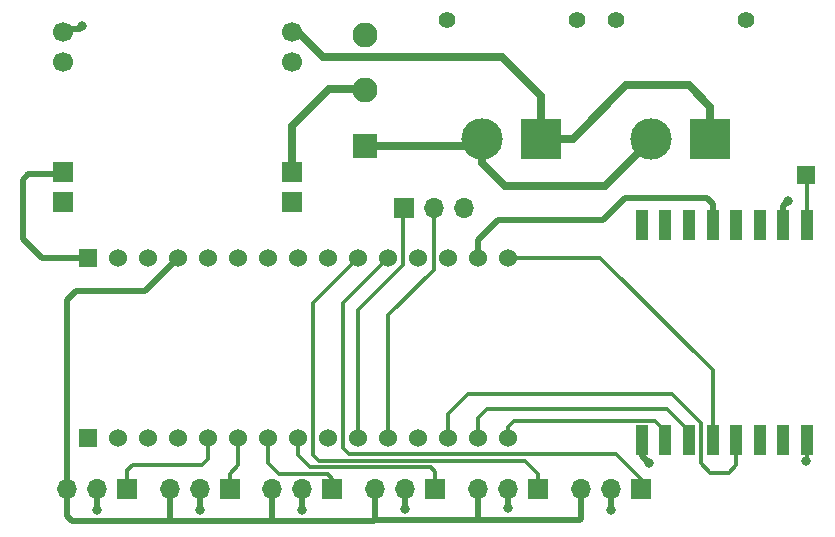
<source format=gbr>
%TF.GenerationSoftware,KiCad,Pcbnew,8.0.1*%
%TF.CreationDate,2024-07-04T11:46:03-05:00*%
%TF.ProjectId,power distribution,706f7765-7220-4646-9973-747269627574,rev?*%
%TF.SameCoordinates,Original*%
%TF.FileFunction,Copper,L1,Top*%
%TF.FilePolarity,Positive*%
%FSLAX46Y46*%
G04 Gerber Fmt 4.6, Leading zero omitted, Abs format (unit mm)*
G04 Created by KiCad (PCBNEW 8.0.1) date 2024-07-04 11:46:03*
%MOMM*%
%LPD*%
G01*
G04 APERTURE LIST*
G04 Aperture macros list*
%AMRoundRect*
0 Rectangle with rounded corners*
0 $1 Rounding radius*
0 $2 $3 $4 $5 $6 $7 $8 $9 X,Y pos of 4 corners*
0 Add a 4 corners polygon primitive as box body*
4,1,4,$2,$3,$4,$5,$6,$7,$8,$9,$2,$3,0*
0 Add four circle primitives for the rounded corners*
1,1,$1+$1,$2,$3*
1,1,$1+$1,$4,$5*
1,1,$1+$1,$6,$7*
1,1,$1+$1,$8,$9*
0 Add four rect primitives between the rounded corners*
20,1,$1+$1,$2,$3,$4,$5,0*
20,1,$1+$1,$4,$5,$6,$7,0*
20,1,$1+$1,$6,$7,$8,$9,0*
20,1,$1+$1,$8,$9,$2,$3,0*%
G04 Aperture macros list end*
%TA.AperFunction,ComponentPad*%
%ADD10R,1.700000X1.700000*%
%TD*%
%TA.AperFunction,ComponentPad*%
%ADD11O,1.700000X1.700000*%
%TD*%
%TA.AperFunction,ComponentPad*%
%ADD12C,1.400000*%
%TD*%
%TA.AperFunction,ComponentPad*%
%ADD13R,3.500000X3.500000*%
%TD*%
%TA.AperFunction,ComponentPad*%
%ADD14C,3.500000*%
%TD*%
%TA.AperFunction,ComponentPad*%
%ADD15RoundRect,0.250000X-0.550000X-0.550000X0.550000X-0.550000X0.550000X0.550000X-0.550000X0.550000X0*%
%TD*%
%TA.AperFunction,SMDPad,CuDef*%
%ADD16R,1.000000X2.500000*%
%TD*%
%TA.AperFunction,ComponentPad*%
%ADD17R,1.530000X1.530000*%
%TD*%
%TA.AperFunction,ComponentPad*%
%ADD18C,1.530000*%
%TD*%
%TA.AperFunction,ComponentPad*%
%ADD19R,2.108200X2.108200*%
%TD*%
%TA.AperFunction,ComponentPad*%
%ADD20C,2.108200*%
%TD*%
%TA.AperFunction,ComponentPad*%
%ADD21C,1.700000*%
%TD*%
%TA.AperFunction,ViaPad*%
%ADD22C,0.800000*%
%TD*%
%TA.AperFunction,Conductor*%
%ADD23C,0.300000*%
%TD*%
%TA.AperFunction,Conductor*%
%ADD24C,0.500000*%
%TD*%
%TA.AperFunction,Conductor*%
%ADD25C,0.700000*%
%TD*%
G04 APERTURE END LIST*
D10*
%TO.P,J8,1,Pin_1*%
%TO.N,/LEFT_LINE*%
X160300000Y-106200000D03*
D11*
%TO.P,J8,2,Pin_2*%
%TO.N,GNDS*%
X157760000Y-106200000D03*
%TO.P,J8,3,Pin_3*%
%TO.N,+5V*%
X155220000Y-106200000D03*
%TD*%
D10*
%TO.P,J4,1,Pin_1*%
%TO.N,/RIGHT_LINE*%
X151600000Y-106200000D03*
D11*
%TO.P,J4,2,Pin_2*%
%TO.N,GNDS*%
X149060000Y-106200000D03*
%TO.P,J4,3,Pin_3*%
%TO.N,+5V*%
X146520000Y-106200000D03*
%TD*%
D10*
%TO.P,J6,1,Pin_1*%
%TO.N,/THROTTLE*%
X140230000Y-82360000D03*
D11*
%TO.P,J6,2,Pin_2*%
%TO.N,/STEERING*%
X142770000Y-82360000D03*
%TO.P,J6,3,Pin_3*%
%TO.N,unconnected-(J6-Pin_3-Pad3)*%
X145310000Y-82360000D03*
%TD*%
D12*
%TO.P,J10,*%
%TO.N,*%
X143900000Y-66500000D03*
X154900000Y-66500000D03*
D13*
%TO.P,J10,1,Pin_1*%
%TO.N,-BATT*%
X151900000Y-76500000D03*
D14*
%TO.P,J10,2,Pin_2*%
%TO.N,Net-(J10-Pin_2)*%
X146900000Y-76500000D03*
%TD*%
D12*
%TO.P,J9,*%
%TO.N,*%
X158200000Y-66500000D03*
X169200000Y-66500000D03*
D13*
%TO.P,J9,1,Pin_1*%
%TO.N,-BATT*%
X166200000Y-76500000D03*
D14*
%TO.P,J9,2,Pin_2*%
%TO.N,Net-(J10-Pin_2)*%
X161200000Y-76500000D03*
%TD*%
D15*
%TO.P,J5,1,Pin_1*%
%TO.N,Net-(J5-Pin_1)*%
X174310000Y-79550000D03*
%TD*%
D16*
%TO.P,U2,1,GND*%
%TO.N,GNDS*%
X160400000Y-102000000D03*
%TO.P,U2,2,MISO*%
%TO.N,/SP1_MISO*%
X162400000Y-102000000D03*
%TO.P,U2,3,MOSI*%
%TO.N,/SP1_MOSI*%
X164400000Y-102000000D03*
%TO.P,U2,4,SCK*%
%TO.N,/SPI1_SCK*%
X166400000Y-102000000D03*
%TO.P,U2,5,NSS*%
%TO.N,/SPI_CS *%
X168400000Y-102000000D03*
%TO.P,U2,6,RESET*%
%TO.N,unconnected-(U2-RESET-Pad6)*%
X170400000Y-102000000D03*
%TO.P,U2,7,DIO5*%
%TO.N,unconnected-(U2-DIO5-Pad7)*%
X172400000Y-102000000D03*
%TO.P,U2,8,GND*%
%TO.N,GNDS*%
X174400000Y-102000000D03*
%TO.P,U2,9,ANT*%
%TO.N,Net-(J5-Pin_1)*%
X174400000Y-83800000D03*
%TO.P,U2,10,GND*%
%TO.N,GNDS*%
X172400000Y-83800000D03*
%TO.P,U2,11,DIO3*%
%TO.N,unconnected-(U2-DIO3-Pad11)*%
X170400000Y-83800000D03*
%TO.P,U2,12,DIO4*%
%TO.N,unconnected-(U2-DIO4-Pad12)*%
X168400000Y-83800000D03*
%TO.P,U2,13,3.3V*%
%TO.N,+3.3V*%
X166400000Y-83800000D03*
%TO.P,U2,14,DIO0*%
%TO.N,unconnected-(U2-DIO0-Pad14)*%
X164400000Y-83800000D03*
%TO.P,U2,15,DIO1*%
%TO.N,unconnected-(U2-DIO1-Pad15)*%
X162400000Y-83800000D03*
%TO.P,U2,16,DIO2*%
%TO.N,unconnected-(U2-DIO2-Pad16)*%
X160400000Y-83800000D03*
%TD*%
D17*
%TO.P,A1,3.1,PA9*%
%TO.N,unconnected-(A1A-PA9-Pad3.1)*%
X113540000Y-101840000D03*
D18*
%TO.P,A1,3.2,PA10*%
%TO.N,unconnected-(A1A-PA10-Pad3.2)*%
X116080000Y-101840000D03*
%TO.P,A1,3.3,NRST*%
%TO.N,unconnected-(A1A-NRST-Pad3.3)*%
X118620000Y-101840000D03*
%TO.P,A1,3.4,GND*%
%TO.N,GNDS*%
X121160000Y-101840000D03*
%TO.P,A1,3.5,PA12*%
%TO.N,/R_SENSOR*%
X123700000Y-101840000D03*
%TO.P,A1,3.6,PB0*%
%TO.N,/RM_SENSOR*%
X126240000Y-101840000D03*
%TO.P,A1,3.7,PB7*%
%TO.N,/LM_SENSOR*%
X128780000Y-101840000D03*
%TO.P,A1,3.8,PB6*%
%TO.N,/L_SENSOR*%
X131320000Y-101840000D03*
%TO.P,A1,3.9,PB1*%
%TO.N,unconnected-(A1A-PB1-Pad3.9)*%
X133860000Y-101840000D03*
%TO.P,A1,3.10,PF0*%
%TO.N,/THROTTLE*%
X136400000Y-101840000D03*
%TO.P,A1,3.11,PF1*%
%TO.N,/STEERING*%
X138940000Y-101840000D03*
%TO.P,A1,3.12,PA8*%
%TO.N,unconnected-(A1A-PA8-Pad3.12)*%
X141480000Y-101840000D03*
%TO.P,A1,3.13,PA11*%
%TO.N,/SPI_CS *%
X144020000Y-101840000D03*
%TO.P,A1,3.14,PB5*%
%TO.N,/SP1_MOSI*%
X146560000Y-101840000D03*
%TO.P,A1,3.15,PB4*%
%TO.N,/SP1_MISO*%
X149100000Y-101840000D03*
D17*
%TO.P,A1,4.1,VIN*%
%TO.N,+7V*%
X113540000Y-86600000D03*
D18*
%TO.P,A1,4.2,GND*%
%TO.N,GNDS*%
X116080000Y-86600000D03*
%TO.P,A1,4.3,NRST*%
%TO.N,unconnected-(A1A-NRST-Pad4.3)*%
X118620000Y-86600000D03*
%TO.P,A1,4.4,5V*%
%TO.N,+5V*%
X121160000Y-86600000D03*
%TO.P,A1,4.5,PA2*%
%TO.N,unconnected-(A1A-PA2-Pad4.5)*%
X123700000Y-86600000D03*
%TO.P,A1,4.6,PA7*%
%TO.N,unconnected-(A1A-PA7-Pad4.6)*%
X126240000Y-86600000D03*
%TO.P,A1,4.7,PA6*%
%TO.N,unconnected-(A1A-PA6-Pad4.7)*%
X128780000Y-86600000D03*
%TO.P,A1,4.8,PA5*%
%TO.N,unconnected-(A1A-PA5-Pad4.8)*%
X131320000Y-86600000D03*
%TO.P,A1,4.9,PA4*%
%TO.N,unconnected-(A1A-PA4-Pad4.9)*%
X133860000Y-86600000D03*
%TO.P,A1,4.10,PA3*%
%TO.N,/RIGHT_LINE*%
X136400000Y-86600000D03*
%TO.P,A1,4.11,PA1*%
%TO.N,/LEFT_LINE*%
X138940000Y-86600000D03*
%TO.P,A1,4.12,PA0*%
%TO.N,unconnected-(A1A-PA0-Pad4.12)*%
X141480000Y-86600000D03*
%TO.P,A1,4.13,VDDA*%
%TO.N,unconnected-(A1A-VDDA-Pad4.13)*%
X144020000Y-86600000D03*
%TO.P,A1,4.14,VDD*%
%TO.N,+3.3V*%
X146560000Y-86600000D03*
%TO.P,A1,4.15,PB3*%
%TO.N,/SPI1_SCK*%
X149100000Y-86600000D03*
%TD*%
D10*
%TO.P,J7,1,Pin_1*%
%TO.N,/R_SENSOR*%
X116800000Y-106200000D03*
D11*
%TO.P,J7,2,Pin_2*%
%TO.N,GNDS*%
X114260000Y-106200000D03*
%TO.P,J7,3,Pin_3*%
%TO.N,+5V*%
X111720000Y-106200000D03*
%TD*%
D10*
%TO.P,J3,1,Pin_1*%
%TO.N,/LM_SENSOR*%
X134200000Y-106200000D03*
D11*
%TO.P,J3,2,Pin_2*%
%TO.N,GNDS*%
X131660000Y-106200000D03*
%TO.P,J3,3,Pin_3*%
%TO.N,+5V*%
X129120000Y-106200000D03*
%TD*%
D19*
%TO.P,SW2,1,A*%
%TO.N,Net-(J10-Pin_2)*%
X137000000Y-77090001D03*
D20*
%TO.P,SW2,2,B*%
%TO.N,+BATT*%
X137000000Y-72390000D03*
%TO.P,SW2,3*%
%TO.N,N/C*%
X137000000Y-67690000D03*
%TD*%
D21*
%TO.P,U1,1,OUT-*%
%TO.N,unconnected-(U1-OUT--Pad1)*%
X111380000Y-70000000D03*
%TO.P,U1,2,OUT-*%
%TO.N,GNDS*%
X111380000Y-67460000D03*
D10*
%TO.P,U1,3,OUT+*%
%TO.N,unconnected-(U1-OUT+-Pad3)*%
X111380000Y-81870000D03*
%TO.P,U1,4,OUT+*%
%TO.N,+7V*%
X111380000Y-79330000D03*
D21*
%TO.P,U1,5,IN-*%
%TO.N,unconnected-(U1-IN--Pad5)*%
X130780000Y-70000000D03*
%TO.P,U1,6,IN-*%
%TO.N,-BATT*%
X130780000Y-67460000D03*
D10*
%TO.P,U1,7,IN+*%
%TO.N,unconnected-(U1-IN+-Pad7)*%
X130780000Y-81860000D03*
%TO.P,U1,8,IN+*%
%TO.N,+BATT*%
X130780000Y-79320000D03*
%TD*%
%TO.P,J1,1,Pin_1*%
%TO.N,/RM_SENSOR*%
X125500000Y-106200000D03*
D11*
%TO.P,J1,2,Pin_2*%
%TO.N,GNDS*%
X122960000Y-106200000D03*
%TO.P,J1,3,Pin_3*%
%TO.N,+5V*%
X120420000Y-106200000D03*
%TD*%
D10*
%TO.P,J2,1,Pin_1*%
%TO.N,/L_SENSOR*%
X142900000Y-106200000D03*
D11*
%TO.P,J2,2,Pin_2*%
%TO.N,GNDS*%
X140360000Y-106200000D03*
%TO.P,J2,3,Pin_3*%
%TO.N,+5V*%
X137820000Y-106200000D03*
%TD*%
D22*
%TO.N,GNDS*%
X157760000Y-107949998D03*
X114260000Y-107985000D03*
X140360000Y-107840000D03*
X161000000Y-104000004D03*
X172800000Y-81800000D03*
X174300000Y-103800000D03*
X122960000Y-107915000D03*
X131660000Y-107920000D03*
X113000007Y-66999993D03*
X149100000Y-107820000D03*
%TD*%
D23*
%TO.N,/L_SENSOR*%
X131320000Y-101840000D02*
X131320000Y-103320000D01*
X132250000Y-104250000D02*
X132350000Y-104350000D01*
X142550000Y-104350000D02*
X142900000Y-104700000D01*
X132350000Y-104350000D02*
X142550000Y-104350000D01*
X142900000Y-104700000D02*
X142900000Y-106200000D01*
X131320000Y-103320000D02*
X132250000Y-104250000D01*
X132250000Y-104250000D02*
X132300000Y-104300000D01*
%TO.N,/LM_SENSOR*%
X128780000Y-101840000D02*
X128780000Y-103980000D01*
X128780000Y-103980000D02*
X129700000Y-104900000D01*
X133800000Y-104900000D02*
X134200000Y-105300000D01*
X134200000Y-105300000D02*
X134200000Y-106200000D01*
X129700000Y-104900000D02*
X133800000Y-104900000D01*
%TO.N,/RM_SENSOR*%
X126240000Y-104160000D02*
X125500000Y-104900000D01*
X126240000Y-101840000D02*
X126240000Y-104160000D01*
X125500000Y-104900000D02*
X125500000Y-106200000D01*
%TO.N,/R_SENSOR*%
X117300000Y-104100000D02*
X116800000Y-104600000D01*
X123700000Y-101840000D02*
X123700000Y-103600000D01*
X116800000Y-104600000D02*
X116800000Y-106200000D01*
X123200000Y-104100000D02*
X117300000Y-104100000D01*
X123700000Y-103600000D02*
X123200000Y-104100000D01*
%TO.N,/SPI_CS *%
X168400000Y-104175000D02*
X167775000Y-104800000D01*
X162950000Y-98100000D02*
X145700000Y-98100000D01*
X167775000Y-104800000D02*
X166200000Y-104800000D01*
X165400000Y-100550000D02*
X162950000Y-98100000D01*
X165400000Y-104000000D02*
X165400000Y-100550000D01*
X144020000Y-99780000D02*
X144020000Y-101840000D01*
X168400000Y-102000000D02*
X168400000Y-104175000D01*
X145700000Y-98100000D02*
X144020000Y-99780000D01*
X166200000Y-104800000D02*
X165400000Y-104000000D01*
%TO.N,/SP1_MOSI*%
X162550000Y-99400000D02*
X147300000Y-99400000D01*
X146560000Y-100140000D02*
X146560000Y-101840000D01*
X147300000Y-99400000D02*
X146560000Y-100140000D01*
X164400000Y-102000000D02*
X164400000Y-101250000D01*
X164400000Y-101250000D02*
X162550000Y-99400000D01*
%TO.N,/SP1_MISO*%
X149100000Y-100900000D02*
X149100000Y-101840000D01*
X162400000Y-101250000D02*
X161550000Y-100400000D01*
X149600000Y-100400000D02*
X149100000Y-100900000D01*
X162400000Y-102000000D02*
X162400000Y-101250000D01*
X161550000Y-100400000D02*
X149600000Y-100400000D01*
D24*
%TO.N,+7V*%
X108000000Y-80000000D02*
X108470000Y-79530000D01*
X109600000Y-86600000D02*
X108000000Y-85000000D01*
X113540000Y-86600000D02*
X109600000Y-86600000D01*
X108470000Y-79530000D02*
X111180000Y-79530000D01*
X108000000Y-85000000D02*
X108000000Y-80000000D01*
%TO.N,+5V*%
X155220000Y-108720000D02*
X155220000Y-106200000D01*
X146520000Y-108380000D02*
X146520000Y-106200000D01*
X118360000Y-89400000D02*
X112500000Y-89400000D01*
X146500000Y-108800000D02*
X146500000Y-108400000D01*
X146500000Y-108400000D02*
X146520000Y-108380000D01*
X111720000Y-108420000D02*
X112200000Y-108900000D01*
X120420000Y-108780000D02*
X120540000Y-108900000D01*
X120420000Y-106200000D02*
X120420000Y-108780000D01*
X120540000Y-108900000D02*
X129120000Y-108900000D01*
X129120000Y-108900000D02*
X129120000Y-106200000D01*
X120300000Y-108900000D02*
X120420000Y-108780000D01*
X146500000Y-108800000D02*
X155140000Y-108800000D01*
X111700000Y-106180000D02*
X111720000Y-106200000D01*
X129120000Y-108900000D02*
X137740000Y-108900000D01*
X137820000Y-108820000D02*
X146480000Y-108820000D01*
X112500000Y-89400000D02*
X111700000Y-90200000D01*
X146480000Y-108820000D02*
X146500000Y-108800000D01*
X137740000Y-108900000D02*
X137820000Y-108820000D01*
X155140000Y-108800000D02*
X155220000Y-108720000D01*
X137820000Y-108820000D02*
X137820000Y-106200000D01*
X121160000Y-86600000D02*
X118360000Y-89400000D01*
X111700000Y-90200000D02*
X111700000Y-106180000D01*
X112200000Y-108900000D02*
X120300000Y-108900000D01*
X111720000Y-106200000D02*
X111720000Y-108420000D01*
D23*
%TO.N,/RIGHT_LINE*%
X132600000Y-90400000D02*
X132600000Y-103300000D01*
X136400000Y-86600000D02*
X132600000Y-90400000D01*
X150500000Y-103800000D02*
X151600000Y-104900000D01*
X132600000Y-103300000D02*
X133100000Y-103800000D01*
X133100000Y-103800000D02*
X150500000Y-103800000D01*
X151600000Y-104900000D02*
X151600000Y-106200000D01*
%TO.N,/LEFT_LINE*%
X135600000Y-103200000D02*
X158200000Y-103200000D01*
X135100000Y-90440000D02*
X135100000Y-102700000D01*
X158200000Y-103200000D02*
X160300000Y-105300000D01*
X160300000Y-105300000D02*
X160300000Y-106200000D01*
X138940000Y-86600000D02*
X135100000Y-90440000D01*
X135100000Y-102700000D02*
X135600000Y-103200000D01*
D24*
%TO.N,+3.3V*%
X146560000Y-85050000D02*
X148210000Y-83400000D01*
X148210000Y-83400000D02*
X157100000Y-83400000D01*
X146560000Y-86600000D02*
X146560000Y-86340000D01*
X146560000Y-86600000D02*
X146560000Y-85050000D01*
X166400000Y-82000000D02*
X166400000Y-83800000D01*
X157100000Y-83400000D02*
X159000000Y-81500000D01*
X165900000Y-81500000D02*
X166400000Y-82000000D01*
X159000000Y-81500000D02*
X165900000Y-81500000D01*
D23*
%TO.N,/SPI1_SCK*%
X156900000Y-86600000D02*
X166400000Y-96100000D01*
X166400000Y-96100000D02*
X166400000Y-102000000D01*
X149100000Y-86600000D02*
X156900000Y-86600000D01*
%TO.N,/STEERING*%
X138940000Y-91460000D02*
X138940000Y-101840000D01*
X142715000Y-81900000D02*
X142810000Y-81995000D01*
X142810000Y-87590000D02*
X138940000Y-91460000D01*
X142810000Y-81995000D02*
X142810000Y-87590000D01*
%TO.N,/THROTTLE*%
X136400000Y-91000000D02*
X136400000Y-101840000D01*
X140210000Y-87190000D02*
X136400000Y-91000000D01*
X140210000Y-82050000D02*
X140210000Y-87190000D01*
%TO.N,GNDS*%
X174400000Y-103700000D02*
X174300000Y-103800000D01*
D24*
X172400000Y-82200000D02*
X172800000Y-81800000D01*
X160400000Y-103400004D02*
X161000000Y-104000004D01*
X122960000Y-106200000D02*
X122960000Y-107915000D01*
X149060000Y-107780000D02*
X149100000Y-107820000D01*
X172400000Y-83800000D02*
X172400000Y-82200000D01*
X111180000Y-67200000D02*
X112800000Y-67200000D01*
X149060000Y-106200000D02*
X149060000Y-107780000D01*
X157760000Y-106200000D02*
X157760000Y-107949998D01*
X160400000Y-102000000D02*
X160400000Y-103400004D01*
X131660000Y-106200000D02*
X131660000Y-107920000D01*
X113000000Y-67000000D02*
X113000007Y-66999993D01*
X112800000Y-67200000D02*
X113000007Y-66999993D01*
D23*
X174400000Y-102000000D02*
X174400000Y-103700000D01*
D24*
X140360000Y-106200000D02*
X140360000Y-107840000D01*
X114260000Y-106200000D02*
X114260000Y-107985000D01*
D25*
%TO.N,-BATT*%
X154600000Y-76500000D02*
X159100000Y-72000000D01*
X148610000Y-69610000D02*
X151900000Y-72900000D01*
X131000000Y-67200000D02*
X133410000Y-69610000D01*
X151900000Y-76500000D02*
X154600000Y-76500000D01*
X164400000Y-72000000D02*
X166200000Y-73800000D01*
X166200000Y-73800000D02*
X166200000Y-76500000D01*
X159100000Y-72000000D02*
X164400000Y-72000000D01*
X133410000Y-69610000D02*
X148610000Y-69610000D01*
X152000000Y-76400000D02*
X151900000Y-76500000D01*
X151900000Y-72900000D02*
X151900000Y-76500000D01*
%TO.N,+BATT*%
X130780000Y-79320000D02*
X130780000Y-75420000D01*
X137180000Y-72350000D02*
X137170000Y-72340000D01*
X130780000Y-75420000D02*
X133880000Y-72320000D01*
X137179999Y-72320000D02*
X137260000Y-72239999D01*
X133880000Y-72320000D02*
X137179999Y-72320000D01*
%TO.N,Net-(J10-Pin_2)*%
X137000000Y-77090001D02*
X137150001Y-76940000D01*
X137010000Y-77100001D02*
X137000000Y-77090001D01*
X157300000Y-80500000D02*
X161200000Y-76600000D01*
X146900000Y-76500000D02*
X146299999Y-77100001D01*
X148800000Y-80500000D02*
X157300000Y-80500000D01*
X146299999Y-77100001D02*
X137010000Y-77100001D01*
X146900000Y-76500000D02*
X146900000Y-78600000D01*
X137150001Y-76940000D02*
X137260000Y-76940000D01*
X146900000Y-78600000D02*
X148800000Y-80500000D01*
X161200000Y-76600000D02*
X161200000Y-76500000D01*
D23*
%TO.N,Net-(J5-Pin_1)*%
X174400000Y-83800000D02*
X174400000Y-79640000D01*
X174400000Y-79640000D02*
X174310000Y-79550000D01*
%TD*%
M02*

</source>
